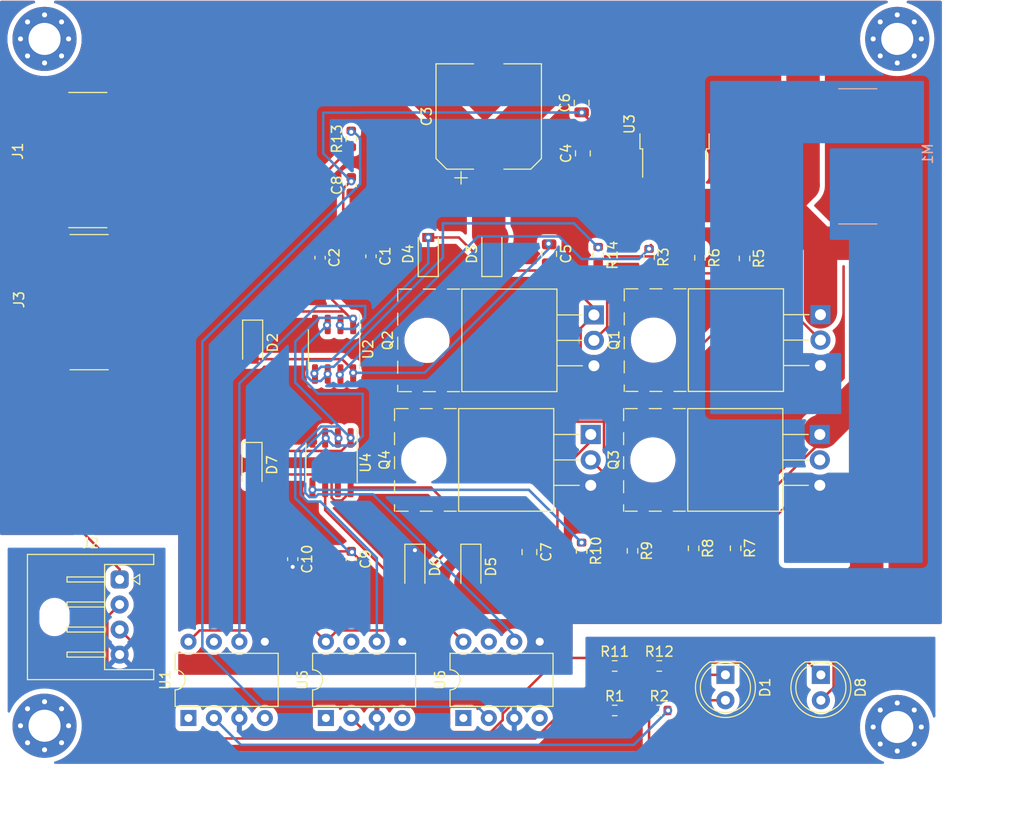
<source format=kicad_pcb>
(kicad_pcb (version 20211014) (generator pcbnew)
  (layers (0 "F.Cu" signal) (31 "B.Cu" signal) (34 "B.Paste" user) (35 "F.Paste" user) (36 "B.SilkS" user "B.Silkscreen") (37 "F.SilkS" user "F.Silkscreen") (38 "B.Mask" user) (39 "F.Mask" user) (44 "Edge.Cuts" user))
  (net 0 "")
  (net 1 "2104_vcc1")
  (net 2 "2104_GND1")
  (net 3 "+24V")
  (net 4 "Net-(C5-Pad1)")
  (net 5 "Net-(C5-Pad2)")
  (net 6 "Net-(C7-Pad1)")
  (net 7 "Net-(C7-Pad2)")
  (net 8 "Net-(D1-Pad1)")
  (net 9 "signal1")
  (net 10 "Net-(D8-Pad1)")
  (net 11 "signal2")
  (net 12 "+5V")
  (net 13 "GND1")
  (net 14 "Net-(Q1-Pad2)")
  (net 15 "Net-(Q2-Pad2)")
  (net 16 "Net-(Q3-Pad2)")
  (net 17 "Net-(Q4-Pad2)")
  (net 18 "Net-(R2-Pad2)")
  (net 19 "Net-(R3-Pad1)")
  (net 20 "Net-(R10-Pad1)")
  (net 21 "Net-(R9-Pad1)")
  (net 22 "Net-(R14-Pad1)")
  (net 23 "Net-(R11-Pad2)")
  (net 24 "Net-(R13-Pad2)")
  (net 27 "Net-(U1-Pad6)")
  (net 29 "SD")
  (net 30 "Net-(U4-Pad2)")
  (footprint "Resistor_SMD:R_0603_1608Metric" (layer "F.Cu") (at 160.909 113.345 -90)
    (fp_text reference "R9")
    (fp_text value "10")
  )
  (footprint "Resistor_SMD:R_0603_1608Metric" (layer "F.Cu") (at 132.842 72.213 90)
    (fp_text reference "R13")
    (fp_text value "330")
  )
  (footprint "Capacitor_SMD:C_0603_1608Metric" (layer "F.Cu") (at 127 114.173 -90)
    (fp_text reference "C10")
    (fp_text value "0.1μ")
  )
  (footprint "Capacitor_SMD:C_0603_1608Metric" (layer "F.Cu") (at 129.73 84.074 -90)
    (fp_text reference "C2")
    (fp_text value "0.1μ")
  )
  (footprint "Diode_SMD:D_SOD-123" (layer "F.Cu") (at 146.875 83.706 90)
    (fp_text reference "D3")
    (fp_text value "DIODE")
  )
  (footprint "Package_SO:SOIC-8_3.9x4.9mm_P1.27mm" (layer "F.Cu") (at 130.873 104.546 -90)
    (fp_text reference "U4")
    (fp_text value "IR2104")
  )
  (footprint "Capacitor_SMD:C_0805_2012Metric" (layer "F.Cu") (at 155.83 68.611 90)
    (fp_text reference "C6")
    (fp_text value "10μ")
  )
  (footprint "Package_TO_SOT_THT:TO-220-3_Horizontal_TabUp" (layer "F.Cu") (at 156.739 101.727 -90)
    (fp_text reference "Q4")
    (fp_text value "Nch")
  )
  (footprint "Resistor_SMD:R_0603_1608Metric" (layer "F.Cu") (at 163.576 124.841)
    (fp_text reference "R12")
    (fp_text value "330")
  )
  (footprint "Capacitor_SMD:C_0805_2012Metric" (layer "F.Cu") (at 150.622 113.472 -90)
    (fp_text reference "C7")
    (fp_text value "10μ")
  )
  (footprint "Diode_SMD:D_SOD-123" (layer "F.Cu") (at 122.936 104.775 -90)
    (fp_text reference "D7")
    (fp_text value "DIODE")
  )
  (footprint "Capacitor_SMD:CP_Elec_10x10" (layer "F.Cu") (at 146.558 69.977 90)
    (fp_text reference "C3")
    (fp_text value "220μ")
  )
  (footprint "Resistor_SMD:R_0603_1608Metric" (layer "F.Cu") (at 155.829 113.345 -90)
    (fp_text reference "R10")
    (fp_text value "10")
  )
  (footprint "MountingHole:MountingHole_3.2mm_M3_Pad_Via" (layer "F.Cu") (at 102.235 130.81)
    (fp_text reference "H2" hide)
    (fp_text value "MountingHole" hide)
  )
  (footprint "MountingHole:MountingHole_3.2mm_M3_Pad_Via" (layer "F.Cu") (at 187.325 62.23)
    (fp_text reference "H4" hide)
    (fp_text value "MountingHole" hide)
  )
  (footprint "Resistor_SMD:R_0603_1608Metric" (layer "F.Cu") (at 171.196 113.091 -90)
    (fp_text reference "R7")
    (fp_text value "10k")
  )
  (footprint "Package_SO:SOIC-8_3.9x4.9mm_P1.27mm" (layer "F.Cu") (at 131.127 93.218 -90)
    (fp_text reference "U2")
    (fp_text value "IR2104")
  )
  (footprint "Diode_SMD:D_SOD-123" (layer "F.Cu") (at 139.192 114.935 -90)
    (fp_text reference "D6")
    (fp_text value "DIODE")
  )
  (footprint "Resistor_SMD:R_0603_1608Metric" (layer "F.Cu") (at 159.131 124.841)
    (fp_text reference "R11")
    (fp_text value "330")
  )
  (footprint "MountingHole:MountingHole_3.2mm_M3_Pad_Via" (layer "F.Cu") (at 187.325 130.937)
    (fp_text reference "H1" hide)
    (fp_text value "MountingHole" hide)
  )
  (footprint "Diode_SMD:D_SOD-123" (layer "F.Cu") (at 123 92.558 -90)
    (fp_text reference "D2")
    (fp_text value "DIODE")
  )
  (footprint "Tconne:T_connecter_female_horizontal" (layer "F.Cu") (at 104.648 74.077)
    (fp_text reference "J1")
    (fp_text value "Tconne" hide)
  )
  (footprint "Resistor_SMD:R_0603_1608Metric" (layer "F.Cu") (at 159.131 129.286)
    (fp_text reference "R1")
    (fp_text value "330")
  )
  (footprint "Package_TO_SOT_SMD:TO-252-2" (layer "F.Cu") (at 165.1 70.739 90)
    (fp_text reference "U3")
    (fp_text value "L7812")
  )
  (footprint "LED_THT:LED_D5.0mm" (layer "F.Cu") (at 170.18 125.725 -90)
    (fp_text reference "D1")
    (fp_text value "LED")
  )
  (footprint "Resistor_SMD:R_0603_1608Metric" (layer "F.Cu") (at 162.561 84.024 -90)
    (fp_text reference "R3")
    (fp_text value "10")
  )
  (footprint "Package_DIP:DIP-8_W7.62mm" (layer "F.Cu") (at 116.596 130.038 90)
    (fp_text reference "U1")
    (fp_text value "TLP250")
  )
  (footprint "Diode_SMD:D_SOD-123" (layer "F.Cu") (at 140.525 83.706 90)
    (fp_text reference "D4")
    (fp_text value "DIODE")
  )
  (footprint "Resistor_SMD:R_0603_1608Metric" (layer "F.Cu") (at 167.641 84.087 -90)
    (fp_text reference "R6")
    (fp_text value "10k")
  )
  (footprint "Package_DIP:DIP-8_W7.62mm" (layer "F.Cu") (at 130.312 130.038 90)
    (fp_text reference "U5")
    (fp_text value "TLP250")
  )
  (footprint "connector:S04B-XASK-1" (layer "F.Cu") (at 109.728 116.205 -90)
    (fp_text reference "J2")
    (fp_text value "xa_4")
  )
  (footprint "Package_TO_SOT_THT:TO-220-3_Horizontal_TabUp" (layer "F.Cu") (at 157.058 89.789 -90)
    (fp_text reference "Q2")
    (fp_text value "Nch")
  )
  (footprint "MountingHole:MountingHole_3.2mm_M3_Pad_Via" (layer "F.Cu") (at 102.235 62.23)
    (fp_text reference "H3" hide)
    (fp_text value "MountingHole" hide)
  )
  (footprint "Diode_SMD:D_SOD-123" (layer "F.Cu") (at 144.78 114.935 -90)
    (fp_text reference "D5")
    (fp_text value "DIODE")
  )
  (footprint "Package_TO_SOT_THT:TO-220-3_Horizontal_TabUp" (layer "F.Cu") (at 179.663 89.764 -90)
    (fp_text reference "Q1")
    (fp_text value "Nch")
  )
  (footprint "Capacitor_SMD:C_0805_2012Metric" (layer "F.Cu") (at 155.956 73.66 90)
    (fp_text reference "C4")
    (fp_text value "10μ")
  )
  (footprint "Resistor_SMD:R_0603_1608Metric" (layer "F.Cu") (at 172.086 84.15 -90)
    (fp_text reference "R5")
    (fp_text value "10k")
  )
  (footprint "Resistor_SMD:R_0603_1608Metric" (layer "F.Cu") (at 163.576 129.286)
    (fp_text reference "R2")
    (fp_text value "330")
  )
  (footprint "Capacitor_SMD:C_0603_1608Metric" (layer "F.Cu") (at 134.81 83.934 -90)
    (fp_text reference "C1")
    (fp_text value "0.1μ")
  )
  (footprint "Resistor_SMD:R_0603_1608Metric" (layer "F.Cu") (at 167.005 113.091 -90)
    (fp_text reference "R8")
    (fp_text value "10k")
  )
  (footprint "LED_THT:LED_D5.0mm" (layer "F.Cu") (at 179.705 125.73 -90)
    (fp_text reference "D8")
    (fp_text value "LED")
  )
  (footprint "Capacitor_SMD:C_0603_1608Metric" (layer "F.Cu") (at 132.842 76.848 90)
    (fp_text reference "C8")
    (fp_text value "0.1μ")
  )
  (footprint "Tconne:T_connecter_female_horizontal" (layer "F.Cu") (at 104.775 88.265)
    (fp_text reference "J3")
    (fp_text value "mess" hide)
  )
  (footprint "Capacitor_SMD:C_0603_1608Metric" (layer "F.Cu") (at 132.842 114.173 -90)
    (fp_text reference "C9")
    (fp_text value "0.1μ")
  )
  (footprint "Capacitor_SMD:C_0805_2012Metric" (layer "F.Cu") (at 152.59 83.693 -90)
    (fp_text reference "C5")
    (fp_text value "10μ")
  )
  (footprint "Package_DIP:DIP-8_W7.62mm" (layer "F.Cu") (at 144.028 130.038 90)
    (fp_text reference "U6")
    (fp_text value "TLP250")
  )
  (footprint "Resistor_SMD:R_0603_1608Metric" (layer "F.Cu") (at 157.48 83.82 -90)
    (fp_text reference "R14")
    (fp_text value "10")
  )
  (footprint "Package_TO_SOT_THT:TO-220-3_Horizontal_TabUp" (layer "F.Cu") (at 179.599 101.727 -90)
    (fp_text reference "Q3")
    (fp_text value "Nch")
  )
  (footprint "Tconne:T_connecter_female_horizontal" (layer "B.Cu") (at 185.293 73.708 180)
    (fp_text reference "M1")
    (fp_text value "Motor_DC")
  )
  (segment (start 158.682 72.413) (end 155.847 69.578) (width 0.25) (layer "F.Cu") (net 1))
  (segment (start 167.38 74.439) (end 165.354 72.413) (width 0.25) (layer "F.Cu") (net 1))
  (segment (start 132.83575 90.17) (end 132.394375 89.728625) (width 0.25) (layer "F.Cu") (net 1))
  (segment (start 123 90.908) (end 124.465 89.443) (width 0.25) (layer "F.Cu") (net 1))
  (segment (start 129.187 121.293) (end 117.721 121.293) (width 0.25) (layer "F.Cu") (net 1))
  (segment (start 155.847 69.578) (end 155.83 69.561) (width 0.25) (layer "F.Cu") (net 1))
  (segment (start 132.758183 76.454) (end 132.042 77.170183) (width 0.25) (layer "F.Cu") (net 1))
  (segment (start 142.903 121.293) (end 131.437 121.293) (width 0.25) (layer "F.Cu") (net 1))
  (segment (start 129.73 83.299) (end 130.937 84.506) (width 0.25) (layer "F.Cu") (net 1))
  (segment (start 130.937 84.506) (end 130.937 88.27125) (width 0.25) (layer "F.Cu") (net 1))
  (segment (start 131.437 121.293) (end 130.312 122.418) (width 0.25) (layer "F.Cu") (net 1))
  (segment (start 131.437 121.293) (end 133.642 119.088) (width 0.25) (layer "F.Cu") (net 1))
  (segment (start 122.936 103.125) (end 123.182 103.371) (width 0.25) (layer "F.Cu") (net 1))
  (segment (start 133.642 119.088) (end 133.642 114.198) (width 0.25) (layer "F.Cu") (net 1))
  (segment (start 124.465 89.443) (end 132.108751 89.443) (width 0.25) (layer "F.Cu") (net 1))
  (segment (start 127 113.398) (end 132.842 113.398) (width 0.25) (layer "F.Cu") (net 1))
  (segment (start 132.042 80.391) (end 134.81 83.159) (width 0.25) (layer "F.Cu") (net 1))
  (segment (start 165.354 72.413) (end 158.682 72.413) (width 0.25) (layer "F.Cu") (net 1))
  (segment (start 130.312 122.418) (end 129.187 121.293) (width 0.25) (layer "F.Cu") (net 1))
  (segment (start 130.937 88.27125) (end 132.394375 89.728625) (width 0.25) (layer "F.Cu") (net 1))
  (segment (start 167.38 74.939) (end 167.38 74.439) (width 0.25) (layer "F.Cu") (net 1))
  (segment (start 123.182 103.371) (end 131.854751 103.371) (width 0.25) (layer "F.Cu") (net 1))
  (segment (start 132.842 76.454) (end 132.758183 76.454) (width 0.25) (layer "F.Cu") (net 1))
  (segment (start 131.854751 103.371) (end 132.778 102.447751) (width 0.25) (layer "F.Cu") (net 1))
  (segment (start 133.642 114.198) (end 132.912 113.468) (width 0.25) (layer "F.Cu") (net 1))
  (segment (start 132.912 113.468) (end 132.842 113.398) (width 0.25) (layer "F.Cu") (net 1))
  (segment (start 134.81 83.159) (end 134.67 83.299) (width 0.25) (layer "F.Cu") (net 1))
  (segment (start 132.042 77.170183) (end 132.042 80.391) (width 0.25) (layer "F.Cu") (net 1))
  (segment (start 132.108751 89.443) (end 132.394375 89.728625) (width 0.25) (layer "F.Cu") (net 1))
  (segment (start 144.028 122.418) (end 142.903 121.293) (width 0.25) (layer "F.Cu") (net 1))
  (segment (start 117.721 121.293) (end 116.596 122.418) (width 0.25) (layer "F.Cu") (net 1))
  (segment (start 132.778 102.071) (end 132.778 102.447751) (width 0.25) (layer "F.Cu") (net 1))
  (segment (start 133.032 90.17) (end 132.83575 90.17) (width 0.25) (layer "F.Cu") (net 1))
  (segment (start 134.67 83.299) (end 129.73 83.299) (width 0.25) (layer "F.Cu") (net 1))
  (via (at 132.912 113.468) (size 0.8) (drill 0.4) (layers "F.Cu" "B.Cu") (net 1))
  (via (at 132.842 76.454) (size 0.8) (drill 0.4) (layers "F.Cu" "B.Cu") (net 1))
  (via (at 133.032 90.17) (size 0.8) (drill 0.4) (layers "F.Cu" "B.Cu") (net 1))
  (via (at 155.847 69.578) (size 0.8) (drill 0.4) (layers "F.Cu" "B.Cu") (net 1))
  (via (at 132.778 102.071) (size 0.8) (drill 0.4) (layers "F.Cu" "B.Cu") (net 1))
  (segment (start 127.254 103.494299) (end 129.815299 100.933) (width 0.25) (layer "B.Cu") (net 1))
  (segment (start 155.847 69.578) (end 133.752695 69.578) (width 0.25) (layer "B.Cu") (net 1))
  (segment (start 127.254 92.456) (end 127.254 96.547) (width 0.25) (layer "B.Cu") (net 1))
  (segment (start 132.912 113.468) (end 132.645 113.468) (width 0.25) (layer "B.Cu") (net 1))
  (segment (start 129.815299 100.933) (end 131.64 100.933) (width 0.25) (layer "B.Cu") (net 1))
  (segment (start 133.032 90.17) (end 132.942 90.08) (width 0.25) (layer "B.Cu") (net 1))
  (segment (start 132.942 90.08) (end 129.63 90.08) (width 0.25) (layer "B.Cu") (net 1))
  (segment (start 131.64 100.933) (end 132.778 102.071) (width 0.25) (layer "B.Cu") (net 1))
  (segment (start 133.752695 69.578) (end 133.734695 69.596) (width 0.25) (layer "B.Cu") (net 1))
  (segment (start 132.645 113.468) (end 127.254 108.077) (width 0.25) (layer "B.Cu") (net 1))
  (segment (start 130.048 69.596) (end 130.048 73.66) (width 0.25) (layer "B.Cu") (net 1))
  (segment (start 127.254 108.077) (end 127.254 103.494299) (width 0.25) (layer "B.Cu") (net 1))
  (segment (start 133.734695 69.596) (end 130.048 69.596) (width 0.25) (layer "B.Cu") (net 1))
  (segment (start 129.63 90.08) (end 127.254 92.456) (width 0.25) (layer "B.Cu") (net 1))
  (segment (start 127.254 96.547) (end 131.64 100.933) (width 0.25) (layer "B.Cu") (net 1))
  (segment (start 130.048 73.66) (end 132.842 76.454) (width 0.25) (layer "B.Cu") (net 1))
  (segment (start 127 114.948) (end 132.842 114.948) (width 0.25) (layer "F.Cu") (net 2))
  (via (at 127 114.948) (size 0.8) (drill 0.4) (layers "F.Cu" "B.Cu") (net 2))
  (via (at 139.192 113.284) (size 0.8) (drill 0.4) (layers "F.Cu" "B.Cu") (net 2))
  (segment (start 124.216 117.732) (end 124.216 122.418) (width 0.25) (layer "B.Cu") (net 2))
  (segment (start 127 114.948) (end 124.216 117.732) (width 0.25) (layer "B.Cu") (net 2))
  (segment (start 184.277 97.049) (end 179.8815 101.4445) (width 3.34) (layer "F.Cu") (net 3))
  (segment (start 146.558 73.209867) (end 158.172867 61.595) (width 3.34) (layer "F.Cu") (net 3))
  (segment (start 146.178 117.983) (end 144.78 116.585) (width 3.34) (layer "F.Cu") (net 3))
  (segment (start 177.927 62.103) (end 177.927 76.835) (width 3.34) (layer "F.Cu") (net 3))
  (segment (start 179.663 82.635) (end 179.663 89.4815) (width 3.34) (layer "F.Cu") (net 3))
  (segment (start 162.679 75.08) (end 155.956 75.08) (width 3.34) (layer "F.Cu") (net 3))
  (segment (start 104.648 69.977) (end 110.998 63.627) (width 3.34) (layer "F.Cu") (net 3))
  (segment (start 106.844829 84.165) (end 110.732 80.277829) (width 3.34) (layer "F.Cu") (net 3))
  (segment (start 184.277 84.582) (end 184.277 115.57) (width 3.34) (layer "F.Cu") (net 3))
  (segment (start 175.895 78.867) (end 179.663 82.635) (width 3.34) (layer "F.Cu") (net 3))
  (segment (start 104.775 84.165) (end 106.844829 84.165) (width 3.34) (layer "F.Cu") (net 3))
  (segment (start 146.558 81.739) (end 146.875 82.056) (width 3.34) (layer "F.Cu") (net 3))
  (segment (start 177.419 61.595) (end 177.927 62.103) (width 3.34) (layer "F.Cu") (net 3))
  (segment (start 177.927 76.835) (end 175.895 78.867) (width 3.34) (layer "F.Cu") (net 3))
  (segment (start 184.277 82.677) (end 184.277 84.582) (width 3.34) (layer "F.Cu") (net 3))
  (segment (start 118.11 63.627) (end 119.634 65.151) (width 3.34) (layer "F.Cu") (net 3))
  (segment (start 137.732 65.151) (end 146.558 73.977) (width 3.34) (layer "F.Cu") (net 3))
  (segment (start 110.998 63.627) (end 118.11 63.627) (width 3.34) (layer "F.Cu") (net 3))
  (segment (start 146.558 73.977) (end 146.558 81.739) (width 3.34) (layer "F.Cu") (net 3))
  (segment (start 184.277 115.57) (end 181.864 117.983) (width 3.34) (layer "F.Cu") (net 3))
  (segment (start 184.277 84.582) (end 184.277 97.049) (width 3.34) (layer "F.Cu") (net 3))
  (segment (start 158.172867 61.595) (end 177.419 61.595) (width 3.34) (layer "F.Cu") (net 3))
  (segment (start 106.832829 69.977) (end 104.648 69.977) (width 3.34) (layer "F.Cu") (net 3))
  (segment (start 175.895 78.867) (end 163.195 78.867) (width 3.34) (layer "F.Cu") (net 3))
  (segment (start 110.732 80.277829) (end 110.732 73.876171) (width 3.34) (layer "F.Cu") (net 3))
  (segment (start 162.82 78.492) (end 162.82 74.939) (width 3.34) (layer "F.Cu") (net 3))
  (segment (start 163.195 78.867) (end 162.82 78.492) (width 3.34) (layer "F.Cu") (net 3))
  (segment (start 184.235 82.635) (end 184.277 82.677) (width 3.34) (layer "F.Cu") (net 3))
  (segment (start 146.558 73.977) (end 146.558 73.209867) (width 3.34) (layer "F.Cu") (net 3))
  (segment (start 181.864 117.983) (end 146.178 117.983) (width 3.34) (layer "F.Cu") (net 3))
  (segment (start 105.586829 84.661) (end 104.14 84.661) (width 3.34) (layer "F.Cu") (net 3))
  (segment (start 162.82 74.939) (end 162.679 75.08) (width 3.34) (layer "F.Cu") (net 3))
  (segment (start 179.663 82.635) (end 184.235 82.635) (width 3.34) (layer "F.Cu") (net 3))
  (segment (start 179.8815 101.4445) (end 179.599 101.4445) (width 3.34) (layer "F.Cu") (net 3))
  (segment (start 119.634 65.151) (end 137.732 65.151) (width 3.34) (layer "F.Cu") (net 3))
  (segment (start 110.732 73.876171) (end 106.832829 69.977) (width 3.34) (layer "F.Cu") (net 3))
  (segment (start 133.032 95.316249) (end 133.032 95.568) (width 0.25) (layer "F.Cu") (net 4))
  (segment (start 133.032 95.568) (end 133.032 95.693) (width 0.25) (layer "F.Cu") (net 4))
  (segment (start 123 94.208) (end 131.923751 94.208) (width 0.25) (layer "F.Cu") (net 4))
  (segment (start 131.923751 94.208) (end 133.032 95.316249) (width 0.25) (layer "F.Cu") (net 4))
  (via (at 133.032 95.568) (size 0.8) (drill 0.4) (layers "F.Cu" "B.Cu") (net 4))
  (via (at 152.527 82.677) (size 0.8) (drill 0.4) (layers "F.Cu" "B.Cu") (net 4))
  (segment (start 140.164206 95.568) (end 133.032 95.568) (width 0.25) (layer "B.Cu") (net 4))
  (segment (start 152.527 82.677) (end 152.527 83.205206) (width 0.25) (layer "B.Cu") (net 4))
  (segment (start 152.527 83.205206) (end 140.164206 95.568) (width 0.25) (layer "B.Cu") (net 4))
  (segment (start 143.575 82.056) (end 146.875 85.356) (width 0.25) (layer "F.Cu") (net 5))
  (segment (start 146.875 85.356) (end 151.877 85.356) (width 0.25) (layer "F.Cu") (net 5))
  (segment (start 151.877 85.356) (end 152.59 84.643) (width 0.25) (layer "F.Cu") (net 5))
  (segment (start 164.34 96.266) (end 172.086 88.52) (width 0.25) (layer "F.Cu") (net 5))
  (segment (start 157.058 89.789) (end 155.733 91.114) (width 0.25) (layer "F.Cu") (net 5))
  (segment (start 155.733 91.114) (end 155.733 95.398158) (width 0.25) (layer "F.Cu") (net 5))
  (segment (start 157.058 89.111) (end 152.59 84.643) (width 0.25) (layer "F.Cu") (net 5))
  (segment (start 179.663 94.844) (end 178.41 94.844) (width 0.25) (layer "F.Cu") (net 5))
  (segment (start 172.086 88.52) (end 172.086 84.975) (width 0.25) (layer "F.Cu") (net 5))
  (segment (start 157.058 89.789) (end 157.058 89.111) (width 0.25) (layer "F.Cu") (net 5))
  (segment (start 140.525 82.056) (end 143.575 82.056) (width 0.25) (layer "F.Cu") (net 5))
  (segment (start 130.492 96.069751) (end 130.492 95.693) (width 0.25) (layer "F.Cu") (net 5))
  (segment (start 178.41 94.844) (end 172.086 88.52) (width 0.25) (layer "F.Cu") (net 5))
  (segment (start 156.600842 96.266) (end 164.34 96.266) (width 0.25) (layer "F.Cu") (net 5))
  (segment (start 155.733 95.398158) (end 156.600842 96.266) (width 0.25) (layer "F.Cu") (net 5))
  (via (at 140.525 82.056) (size 0.8) (drill 0.4) (layers "F.Cu" "B.Cu") (net 5))
  (via (at 130.492 95.693) (size 0.8) (drill 0.4) (layers "F.Cu" "B.Cu") (net 5))
  (segment (start 130.81 94.361) (end 128.524 94.361) (width 0.25) (layer "B.Cu") (net 5))
  (segment (start 129.792 96.393) (end 130.492 95.693) (width 0.25) (layer "B.Cu") (net 5))
  (segment (start 128.434 95.931305) (end 128.895695 96.393) (width 0.25) (layer "B.Cu") (net 5))
  (segment (start 128.524 94.361) (end 128.434 94.451) (width 0.25) (layer "B.Cu") (net 5))
  (segment (start 140.525 82.056) (end 140.525 84.646) (width 0.25) (layer "B.Cu") (net 5))
  (segment (start 128.895695 96.393) (end 129.792 96.393) (width 0.25) (layer "B.Cu") (net 5))
  (segment (start 128.434 94.451) (end 128.434 95.931305) (width 0.25) (layer "B.Cu") (net 5))
  (segment (start 140.525 84.646) (end 130.81 94.361) (width 0.25) (layer "B.Cu") (net 5))
  (segment (start 131.161249 108.321) (end 131.883 108.321) (width 0.25) (layer "F.Cu") (net 6))
  (segment (start 131.883 108.321) (end 133.183 107.021) (width 0.25) (layer "F.Cu") (net 6))
  (segment (start 130.883 105.999249) (end 130.883 108.042751) (width 0.25) (layer "F.Cu") (net 6))
  (segment (start 130.883 108.042751) (end 131.161249 108.321) (width 0.25) (layer "F.Cu") (net 6))
  (segment (start 130.604751 105.721) (end 130.883 105.999249) (width 0.25) (layer "F.Cu") (net 6))
  (segment (start 146.304 112.522) (end 140.803 107.021) (width 0.25) (layer "F.Cu") (net 6))
  (segment (start 140.803 107.021) (end 132.778 107.021) (width 0.25) (layer "F.Cu") (net 6))
  (segment (start 150.622 112.522) (end 146.304 112.522) (width 0.25) (layer "F.Cu") (net 6))
  (segment (start 122.936 106.425) (end 123.64 105.721) (width 0.25) (layer "F.Cu") (net 6))
  (segment (start 123.64 105.721) (end 130.604751 105.721) (width 0.25) (layer "F.Cu") (net 6))
  (segment (start 144.78 113.285) (end 142.492 113.285) (width 0.25) (layer "F.Cu") (net 7))
  (segment (start 151.897 115.697) (end 170.942 115.697) (width 0.25) (layer "F.Cu") (net 7))
  (segment (start 156.739 102.412842) (end 153.416 105.735842) (width 0.25) (layer "F.Cu") (net 7))
  (segment (start 142.492 113.285) (end 139.192 116.585) (width 0.25) (layer "F.Cu") (net 7))
  (segment (start 179.599 106.807) (end 179.599 107.23) (width 0.25) (layer "F.Cu") (net 7))
  (segment (start 130.325 106.934) (end 130.365 106.934) (width 0.25) (layer "F.Cu") (net 7))
  (segment (start 150.302 114.742) (end 150.622 114.422) (width 0.25) (layer "F.Cu") (net 7))
  (segment (start 130.238 107.397751) (end 130.238 107.021) (width 0.25) (layer "F.Cu") (net 7))
  (segment (start 130.238 107.021) (end 130.325 106.934) (width 0.25) (layer "F.Cu") (net 7))
  (segment (start 150.622 114.422) (end 149.485 113.285) (width 0.25) (layer "F.Cu") (net 7))
  (segment (start 153.416 114.3) (end 152.019 115.697) (width 0.25) (layer "F.Cu") (net 7))
  (segment (start 130.238 109.283) (end 130.238 107.021) (width 0.25) (layer "F.Cu") (net 7))
  (segment (start 171.196 115.443) (end 171.196 113.916) (width 0.25) (layer "F.Cu") (net 7))
  (segment (start 150.622 114.422) (end 151.897 115.697) (width 0.25) (layer "F.Cu") (net 7))
  (segment (start 153.416 105.735842) (end 153.416 114.3) (width 0.25) (layer "F.Cu") (net 7))
  (segment (start 171.196 113.916) (end 178.305 106.807) (width 0.25) (layer "F.Cu") (net 7))
  (segment (start 170.942 115.697) (end 171.196 115.443) (width 0.25) (layer "F.Cu") (net 7))
  (segment (start 139.192 116.585) (end 137.54 116.585) (width 0.25) (layer "F.Cu") (net 7))
  (segment (start 157.543 101.727) (end 156.739 101.727) (width 0.25) (layer "F.Cu") (net 7))
  (segment (start 178.305 106.807) (end 179.599 106.807) (width 0.25) (layer "F.Cu") (net 7))
  (segment (start 152.019 115.697) (end 151.897 115.697) (width 0.25) (layer "F.Cu") (net 7))
  (segment (start 137.54 116.585) (end 130.238 109.283) (width 0.25) (layer "F.Cu") (net 7))
  (segment (start 149.485 113.285) (end 144.78 113.285) (width 0.25) (layer "F.Cu") (net 7))
  (segment (start 158.94 103.377) (end 158.94 103.124) (width 0.25) (layer "F.Cu") (net 7))
  (segment (start 156.739 101.727) (end 156.739 102.412842) (width 0.25) (layer "F.Cu") (net 7))
  (segment (start 170.18 125.725) (end 163.517 125.725) (width 0.25) (layer "F.Cu") (net 8))
  (segment (start 163.517 125.725) (end 159.956 129.286) (width 0.25) (layer "F.Cu") (net 8))
  (segment (start 112.395 129.707) (end 108.503 125.815) (width 0.25) (layer "F.Cu") (net 9))
  (segment (start 108.503 125.815) (end 108.503 119.93) (width 0.25) (layer "F.Cu") (net 9))
  (segment (start 170.18 128.265) (end 163.772 128.265) (width 0.25) (layer "F.Cu") (net 9))
  (segment (start 108.503 119.93) (end 109.728 118.705) (width 0.25) (layer "F.Cu") (net 9))
  (segment (start 163.772 128.265) (end 162.751 129.286) (width 0.25) (layer "F.Cu") (net 9))
  (segment (start 162.751 129.286) (end 162.56 129.477) (width 0.25) (layer "F.Cu") (net 9))
  (segment (start 112.395 129.707) (end 112.395 133.985) (width 0.25) (layer "F.Cu") (net 9))
  (segment (start 162.56 133.985) (end 112.395 133.985) (width 0.25) (layer "F.Cu") (net 9))
  (segment (start 162.56 129.477) (end 162.56 133.985) (width 0.25) (layer "F.Cu") (net 9))
  (segment (start 164.742 124.5) (end 164.401 124.841) (width 0.25) (layer "F.Cu") (net 10))
  (segment (start 179.705 125.73) (end 178.475 124.5) (width 0.25) (layer "F.Cu") (net 10))
  (segment (start 178.475 124.5) (end 164.742 124.5) (width 0.25) (layer "F.Cu") (net 10))
  (segment (start 156.878496 126.398496) (end 151.196991 132.08) (width 0.25) (layer "F.Cu") (net 11))
  (segment (start 158.306 124.841) (end 156.878496 126.268504) (width 0.25) (layer "F.Cu") (net 11))
  (segment (start 156.911991 126.365) (end 160.02 126.365) (width 0.25) (layer "F.Cu") (net 11))
  (segment (start 151.196991 132.08) (end 113.284 132.08) (width 0.25) (layer "F.Cu") (net 11))
  (segment (start 113.284 124.761) (end 109.728 121.205) (width 0.25) (layer "F.Cu") (net 11))
  (segment (start 180.975 127) (end 180.975 124.55) (width 0.25) (layer "F.Cu") (net 11))
  (segment (start 161.29 125.095) (end 160.02 126.365) (width 0.25) (layer "F.Cu") (net 11))
  (segment (start 156.878496 126.398496) (end 156.911991 126.365) (width 0.25) (layer "F.Cu") (net 11))
  (segment (start 156.878496 126.268504) (end 156.878496 126.398496) (width 0.25) (layer "F.Cu") (net 11))
  (segment (start 180.25 123.825) (end 161.29 123.825) (width 0.25) (layer "F.Cu") (net 11))
  (segment (start 179.705 128.27) (end 180.975 127) (width 0.25) (layer "F.Cu") (net 11))
  (segment (start 113.284 132.08) (end 113.284 124.761) (width 0.25) (layer "F.Cu") (net 11))
  (segment (start 161.29 123.825) (end 161.29 125.095) (width 0.25) (layer "F.Cu") (net 11))
  (segment (start 180.975 124.55) (end 180.25 123.825) (width 0.25) (layer "F.Cu") (net 11))
  (segment (start 117.94 87.94) (end 132.842 73.038) (width 0.25) (layer "F.Cu") (net 12))
  (segment (start 99.949 88.991131) (end 101.000131 87.94) (width 0.25) (layer "F.Cu") (net 12))
  (segment (start 109.728 115.189) (end 99.949 105.41) (width 0.25) (layer "F.Cu") (net 12))
  (segment (start 109.728 116.205) (end 109.728 115.189) (width 0.25) (layer "F.Cu") (net 12))
  (segment (start 99.949 105.41) (end 99.949 88.991131) (width 0.25) (layer "F.Cu") (net 12))
  (segment (start 101.000131 87.94) (end 117.94 87.94) (width 0.25) (layer "F.Cu") (net 12))
  (segment (start 172.886 84.125) (end 172.086 83.325) (width 0.25) (layer "F.Cu") (net 14))
  (segment (start 179.663 92.304) (end 172.886 85.527) (width 0.25) (layer "F.Cu") (net 14))
  (segment (start 172.086 83.325) (end 169.774 85.637) (width 0.25) (layer "F.Cu") (net 14))
  (segment (start 169.774 85.637) (end 163.349 85.637) (width 0.25) (layer "F.Cu") (net 14))
  (segment (start 172.886 85.527) (end 172.886 84.125) (width 0.25) (layer "F.Cu") (net 14))
  (segment (start 163.349 85.637) (end 162.561 84.849) (width 0.25) (layer "F.Cu") (net 14))
  (segment (start 158.383 91.004) (end 157.058 92.329) (width 0.25) (layer "F.Cu") (net 15))
  (segment (start 158.178 83.947) (end 157.48 84.645) (width 0.25) (layer "F.Cu") (net 15))
  (segment (start 158.383 85.548) (end 158.383 91.004) (width 0.25) (layer "F.Cu") (net 15))
  (segment (start 157.48 84.645) (end 158.383 85.548) (width 0.25) (layer "F.Cu") (net 15))
  (segment (start 166.956 83.947) (end 158.178 83.947) (width 0.25) (layer "F.Cu") (net 15))
  (segment (start 167.641 83.262) (end 166.956 83.947) (width 0.25) (layer "F.Cu") (net 15))
  (segment (start 161.862 115.123) (end 160.909 114.17) (width 0.25) (layer "F.Cu") (net 16))
  (segment (start 161.925 115.062) (end 161.862 115.125) (width 0.25) (layer "F.Cu") (net 16))
  (segment (start 168.529 115.062) (end 161.925 115.062) (width 0.25) (layer "F.Cu") (net 16))
  (segment (start 171.196 112.266) (end 171.196 112.456) (width 0.25) (layer "F.Cu") (net 16))
  (segment (start 171.132 112.202) (end 171.196 112.266) (width 0.25) (layer "F.Cu") (net 16))
  (segment (start 179.599 104.267) (end 179.599 104.69) (width 0.25) (layer "F.Cu") (net 16))
  (segment (start 179.599 102.55) (end 171.196 110.953) (width 0.25) (layer "F.Cu") (net 16))
  (segment (start 171.196 110.953) (end 171.196 112.266) (width 0.25) (layer "F.Cu") (net 16))
  (segment (start 171.196 112.456) (end 168.529 115.123) (width 0.25) (layer "F.Cu") (net 16))
  (segment (start 157.138 113.245) (end 156.754 113.245) (width 0.25) (layer "F.Cu") (net 17))
  (segment (start 156.739 104.267) (end 158.064 105.592) (width 0.25) (layer "F.Cu") (net 17))
  (segment (start 166.026 113.245) (end 157.138 113.245) (width 0.25) (layer "F.Cu") (net 17))
  (segment (start 156.754 113.245) (end 155.829 114.17) (width 0.25) (layer "F.Cu") (net 17))
  (segment (start 158.064 112.319) (end 157.138 113.245) (width 0.25) (layer "F.Cu") (net 17))
  (segment (start 167.005 112.266) (end 166.026 113.245) (width 0.25) (layer "F.Cu") (net 17))
  (segment (start 158.064 105.592) (end 158.064 112.319) (width 0.25) (layer "F.Cu") (net 17))
  (via (at 164.465 129.286) (size 0.8) (drill 0.4) (layers "F.Cu" "B.Cu") (net 18))
  (segment (start 121.813 132.715) (end 119.136 130.038) (width 0.25) (layer "B.Cu") (net 18))
  (segment (start 161.036 132.715) (end 121.813 132.715) (width 0.25) (layer "B.Cu") (net 18))
  (segment (start 164.465 129.286) (end 161.036 132.715) (width 0.25) (layer "B.Cu") (net 18))
  (segment (start 162.561 83.184) (end 162.561 82.993) (width 0.25) (layer "F.Cu") (net 19))
  (segment (start 162.561 83.199) (end 162.561 83.184) (width 0.25) (layer "F.Cu") (net 19))
  (segment (start 162.561 82.993) (end 162.75 82.804) (width 0.25) (layer "F.Cu") (net 19))
  (via (at 162.561 83.184) (size 0.8) (drill 0.4) (layers "F.Cu" "B.Cu") (net 19))
  (via (at 131.699 95.758) (size 0.8) (drill 0.4) (layers "F.Cu" "B.Cu") (net 19))
  (segment (start 155.829 84.201) (end 153.58 81.952) (width 0.25) (layer "B.Cu") (net 19))
  (segment (start 153.58 81.952) (end 145.505 81.952) (width 0.25) (layer "B.Cu") (net 19))
  (segment (start 131.699 95.758) (end 131.816695 95.758) (width 0.25) (layer "B.Cu") (net 19))
  (segment (start 161.544 84.201) (end 155.829 84.201) (width 0.25) (layer "B.Cu") (net 19))
  (segment (start 145.505 81.952) (end 131.699 95.758) (width 0.25) (layer "B.Cu") (net 19))
  (segment (start 162.561 83.184) (end 161.544 84.201) (width 0.25) (layer "B.Cu") (net 19))
  (segment (start 128.968 107.021) (end 128.968 107.252) (width 0.25) (layer "F.Cu") (net 20))
  (segment (start 128.968 107.252) (end 128.968 107.397751) (width 0.25) (layer "F.Cu") (net 20))
  (via (at 128.968 107.252) (size 0.8) (drill 0.4) (layers "F.Cu" "B.Cu") (net 20))
  (via (at 155.829 112.522) (size 0.8) (drill 0.4) (layers "F.Cu" "B.Cu") (net 20))
  (segment (start 150.559 107.252) (end 128.968 107.252) (width 0.25) (layer "B.Cu") (net 20))
  (segment (start 155.829 112.522) (end 150.559 107.252) (width 0.25) (layer "B.Cu") (net 20))
  (segment (start 131.508 106.617) (end 131.508 107.021) (width 0.25) (layer "F.Cu") (net 21))
  (segment (start 158.064 100.4495) (end 137.6755 100.4495) (width 0.25) (layer "F.Cu") (net 21))
  (segment (start 137.6755 100.4495) (end 131.508 106.617) (width 0.25) (layer "F.Cu") (net 21))
  (segment (start 160.909 106.299) (end 158.064 103.454) (width 0.25) (layer "F.Cu") (net 21))
  (segment (start 160.909 112.52) (end 160.909 106.299) (width 0.25) (layer "F.Cu") (net 21))
  (segment (start 158.064 103.454) (end 158.064 100.4495) (width 0.25) (layer "F.Cu") (net 21))
  (via (at 157.48 83.058) (size 0.8) (drill 0.4) (layers "F.Cu" "B.Cu") (net 22))
  (via (at 129.159 95.631) (size 0.8) (drill 0.4) (layers "F.Cu" "B.Cu") (net 22))
  (segment (start 155.067 80.645) (end 141.986 80.645) (width 0.25) (layer "B.Cu") (net 22))
  (segment (start 141.986 80.645) (end 141.986 84.074) (width 0.25) (layer "B.Cu") (net 22))
  (segment (start 157.48 83.058) (end 155.067 80.645) (width 0.25) (layer "B.Cu") (net 22))
  (segment (start 131.092 94.968) (end 129.822 94.968) (width 0.25) (layer "B.Cu") (net 22))
  (segment (start 129.822 94.968) (end 129.159 95.631) (width 0.25) (layer "B.Cu") (net 22))
  (segment (start 141.986 84.074) (end 131.092 94.968) (width 0.25) (layer "B.Cu") (net 22))
  (segment (start 147.955 130.241991) (end 146.751991 131.445) (width 0.25) (layer "F.Cu") (net 23))
  (segment (start 159.956 124.841) (end 159.156 124.041) (width 0.25) (layer "F.Cu") (net 23))
  (segment (start 153.514009 124.041) (end 147.955 129.600009) (width 0.25) (layer "F.Cu") (net 23))
  (segment (start 159.156 124.041) (end 153.514009 124.041) (width 0.25) (layer "F.Cu") (net 23))
  (segment (start 146.751991 131.445) (end 134.259 131.445) (width 0.25) (layer "F.Cu") (net 23))
  (segment (start 147.955 129.600009) (end 147.955 130.241991) (width 0.25) (layer "F.Cu") (net 23))
  (segment (start 134.259 131.445) (end 132.852 130.038) (width 0.25) (layer "F.Cu") (net 23))
  (via (at 132.842 71.514) (size 0.8) (drill 0.4) (layers "F.Cu" "B.Cu") (net 24))
  (segment (start 132.842 71.514) (end 132.842 71.26) (width 0.25) (layer "B.Cu") (net 24))
  (segment (start 117.983 123.063) (end 117.983 92.456) (width 0.25) (layer "B.Cu") (net 24))
  (segment (start 133.731 76.708) (end 133.731 72.136) (width 0.25) (layer "B.Cu") (net 24))
  (segment (start 146.568 130.038) (end 145.443 128.913) (width 0.25) (layer "B.Cu") (net 24))
  (segment (start 117.983 92.456) (end 133.731 76.708) (width 0.25) (layer "B.Cu") (net 24))
  (segment (start 123.833 128.913) (end 117.983 123.063) (width 0.25) (layer "B.Cu") (net 24))
  (segment (start 145.443 128.913) (end 123.833 128.913) (width 0.25) (layer "B.Cu") (net 24))
  (segment (start 133.109 71.514) (end 132.842 71.514) (width 0.25) (layer "B.Cu") (net 24))
  (segment (start 133.731 72.136) (end 133.109 71.514) (width 0.25) (layer "B.Cu") (net 24))
  (via (at 131.699 90.805) (size 0.8) (drill 0.4) (layers "F.Cu" "B.Cu") (net 27))
  (segment (start 134.239 90.043) (end 134.239 88.9) (width 0.25) (layer "B.Cu") (net 27))
  (segment (start 121.676 96.637) (end 121.676 122.418) (width 0.25) (layer "B.Cu") (net 27))
  (segment (start 134.239 88.9) (end 129.413 88.9) (width 0.25) (layer "B.Cu") (net 27))
  (segment (start 129.413 88.9) (end 121.676 96.637) (width 0.25) (layer "B.Cu") (net 27))
  (segment (start 132.08 91.186) (end 133.096 91.186) (width 0.25) (layer "B.Cu") (net 27))
  (segment (start 131.699 90.805) (end 132.08 91.186) (width 0.25) (layer "B.Cu") (net 27))
  (segment (start 133.096 91.186) (end 134.239 90.043) (width 0.25) (layer "B.Cu") (net 27))
  (via (at 130.429 90.805) (size 0.8) (drill 0.4) (layers "F.Cu" "B.Cu") (net 29))
  (via (at 130.302 102.108) (size 0.8) (drill 0.4) (layers "F.Cu" "B.Cu") (net 29))
  (segment (start 135.007 107.702) (end 129.543305 107.702) (width 0.25) (layer "B.Cu") (net 29))
  (segment (start 129.268305 107.977) (end 128.667695 107.977) (width 0.25) (layer "B.Cu") (net 29))
  (segment (start 129.543305 107.702) (end 129.268305 107.977) (width 0.25) (layer "B.Cu") (net 29))
  (segment (start 149.108 122.418) (end 149.108 121.803) (width 0.25) (layer "B.Cu") (net 29))
  (segment (start 149.108 121.803) (end 135.007 107.702) (width 0.25) (layer "B.Cu") (net 29))
  (segment (start 131.027 102.833) (end 133.041305 102.833) (width 0.25) (layer "B.Cu") (net 29))
  (segment (start 133.041305 102.833) (end 133.985 101.889305) (width 0.25) (layer "B.Cu") (net 29))
  (segment (start 127.984 93.25) (end 130.429 90.805) (width 0.25) (layer "B.Cu") (net 29))
  (segment (start 133.985 101.889305) (end 133.985 97.663) (width 0.25) (layer "B.Cu") (net 29))
  (segment (start 127.984 96.117701) (end 127.984 93.25) (width 0.25) (layer "B.Cu") (net 29))
  (segment (start 129.529299 97.663) (end 127.984 96.117701) (width 0.25) (layer "B.Cu") (net 29))
  (segment (start 128.667695 107.977) (end 128.243 107.552305) (width 0.25) (layer "B.Cu") (net 29))
  (segment (start 128.243 104.167) (end 130.302 102.108) (width 0.25) (layer "B.Cu") (net 29))
  (segment (start 128.243 107.552305) (end 128.243 104.167) (width 0.25) (layer "B.Cu") (net 29))
  (segment (start 133.985 97.663) (end 129.529299 97.663) (width 0.25) (layer "B.Cu") (net 29))
  (segment (start 130.302 102.108) (end 131.027 102.833) (width 0.25) (layer "B.Cu") (net 29))
  (via (at 131.572 102.108) (size 0.8) (drill 0.4) (layers "F.Cu" "B.Cu") (net 30))
  (segment (start 128.481299 108.427) (end 127.793 107.738701) (width 0.25) (layer "B.Cu") (net 30))
  (segment (start 127.793 107.738701) (end 127.793 103.591695) (width 0.25) (layer "B.Cu") (net 30))
  (segment (start 127.793 103.591695) (end 130.001695 101.383) (width 0.25) (layer "B.Cu") (net 30))
  (segment (start 130.001695 101.383) (end 130.847 101.383) (width 0.25) (layer "B.Cu") (net 30))
  (segment (start 129.763 108.427) (end 128.481299 108.427) (width 0.25) (layer "B.Cu") (net 30))
  (segment (start 135.392 122.418) (end 135.392 114.056) (width 0.25) (layer "B.Cu") (net 30))
  (segment (start 135.392 114.056) (end 129.763 108.427) (width 0.25) (layer "B.Cu") (net 30))
  (segment (start 130.847 101.383) (end 131.572 102.108) (width 0.25) (layer "B.Cu") (net 30))
  (zone (net 2) (net_name "2104_GND1") (layers F&B.Cu) (connect_pads yes (clearance 0.508)) (min_thickness 0.254) (fill yes (thermal_gap 0.508) (thermal_bridge_width 0.508))
    (polygon (pts (xy 191.77 120.65) (xy 154.94 120.65) (xy 154.94 125.73) (xy 115.57 125.73) (xy 115.57 111.76) (xy 97.79 111.76) (xy 97.79 58.42) (xy 191.77 58.42)))
  )
  (zone (net 13) (net_name "GND1") (layers F&B.Cu) (connect_pads (clearance 0.508)) (min_thickness 0.254) (fill yes (thermal_gap 0.508) (thermal_bridge_width 0.508))
    (polygon (pts (xy 114.3 127) (xy 156.21 127) (xy 156.21 121.92) (xy 191.135 121.92) (xy 191.135 134.62) (xy 98.552 134.62) (xy 98.552 113.03) (xy 114.3 113.03)))
  )
  (zone (net 7) (net_name "Net-(C7-Pad2)") (layer "B.Cu") (priority 1) (connect_pads yes (clearance 0.508)) (min_thickness 0.254) (fill yes (thermal_gap 0.508) (thermal_bridge_width 0.508))
    (polygon (pts (xy 189.865 114.554) (xy 176.022 114.554) (xy 176.022 105.537) (xy 182.499 105.537) (xy 182.499 82.296) (xy 180.594 82.296) (xy 180.594 73.152) (xy 189.865 73.152)))
  )
  (zone (net 5) (net_name "Net-(C5-Pad2)") (layer "B.Cu") (priority 1) (connect_pads yes (clearance 0.508)) (min_thickness 0.254) (fill yes (thermal_gap 0.508) (thermal_bridge_width 0.508))
    (polygon (pts (xy 189.992 72.644) (xy 177.927 72.644) (xy 177.927 93.599) (xy 181.737 93.599) (xy 181.737 99.695) (xy 168.656 99.695) (xy 168.656 66.421) (xy 189.992 66.421)))
  )
)
</source>
